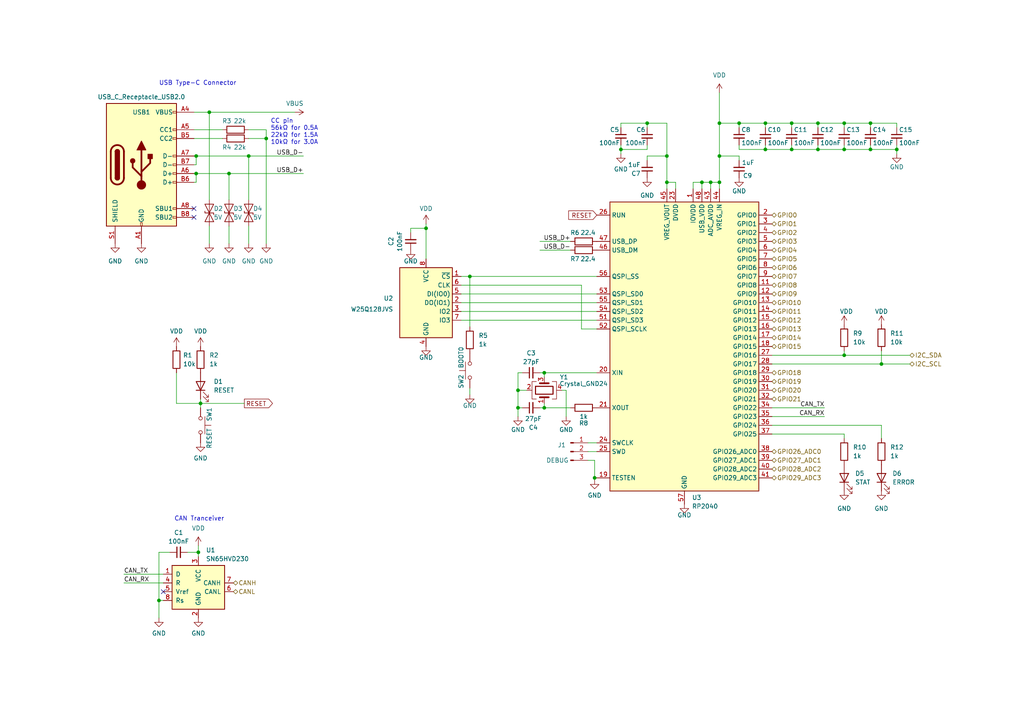
<source format=kicad_sch>
(kicad_sch (version 20231120) (generator "eeschema") (generator_version "8.0")
  (paper "A4")
  (lib_symbols
    (symbol "Connector:Conn_01x03_Pin" (pin_names (offset 1.016) hide)
      (property "Reference" "J" (at 0 5.08 0))
      (property "Value" "Conn_01x03_Pin" (at 0 -5.08 0))
      (symbol "Conn_01x03_Pin_1_1"
        (polyline (pts (xy 1.27 -2.54) (xy 0.8636 -2.54)) (stroke (width 0.1524)))
        (polyline (pts (xy 1.27 0) (xy 0.8636 0)) (stroke (width 0.1524)))
        (polyline (pts (xy 1.27 2.54) (xy 0.8636 2.54)) (stroke (width 0.1524)))
        (rectangle (start 0.8636 -2.413) (end 0 -2.667) (stroke (width 0.1524)) (fill (type outline)))
        (rectangle (start 0.8636 0.127) (end 0 -0.127) (stroke (width 0.1524)) (fill (type outline)))
        (rectangle (start 0.8636 2.667) (end 0 2.413) (stroke (width 0.1524)) (fill (type outline)))
        (pin passive line (at 5.08 2.54 180) (length 3.81) (name "Pin_1") (number "1"))
        (pin passive line (at 5.08 0 180) (length 3.81) (name "Pin_2") (number "2"))
        (pin passive line (at 5.08 -2.54 180) (length 3.81) (name "Pin_3") (number "3"))
      )
    )
    (symbol "Connector:USB_C_Receptacle_USB2.0" (pin_names (offset 1.016))
      (property "Reference" "J" (at -10.16 19.05 0))
      (property "Value" "USB_C_Receptacle_USB2.0" (at 19.05 19.05 0))
      (symbol "USB_C_Receptacle_USB2.0_0_0"
        (rectangle (start -0.254 -17.78) (end 0.254 -16.764))
        (rectangle (start 10.16 -14.986) (end 9.144 -15.494))
        (rectangle (start 10.16 -12.446) (end 9.144 -12.954))
        (rectangle (start 10.16 -4.826) (end 9.144 -5.334))
        (rectangle (start 10.16 -2.286) (end 9.144 -2.794))
        (rectangle (start 10.16 0.254) (end 9.144 -0.254))
        (rectangle (start 10.16 2.794) (end 9.144 2.286))
        (rectangle (start 10.16 7.874) (end 9.144 7.366))
        (rectangle (start 10.16 10.414) (end 9.144 9.906))
        (rectangle (start 10.16 15.494) (end 9.144 14.986))
      )
      (symbol "USB_C_Receptacle_USB2.0_0_1"
        (rectangle (start -10.16 17.78) (end 10.16 -17.78) (stroke (width 0.254)) (fill (type background)))
        (arc (start -8.89 -3.81) (mid -6.985 -5.7067) (end -5.08 -3.81) (stroke (width 0.508)))
        (arc (start -7.62 -3.81) (mid -6.985 -4.4423) (end -6.35 -3.81) (stroke (width 0.254)))
        (arc (start -7.62 -3.81) (mid -6.985 -4.4423) (end -6.35 -3.81) (stroke (width 0.254)) (fill (type outline)))
        (rectangle (start -7.62 -3.81) (end -6.35 3.81) (stroke (width 0.254)) (fill (type outline)))
        (arc (start -6.35 3.81) (mid -6.985 4.4423) (end -7.62 3.81) (stroke (width 0.254)))
        (arc (start -6.35 3.81) (mid -6.985 4.4423) (end -7.62 3.81) (stroke (width 0.254)) (fill (type outline)))
        (arc (start -5.08 3.81) (mid -6.985 5.7067) (end -8.89 3.81) (stroke (width 0.508)))
        (circle (center -2.54 1.143) (radius 0.635) (stroke (width 0.254)) (fill (type outline)))
        (circle (center 0 -5.842) (radius 1.27) (fill (type outline)))
        (polyline (pts (xy -8.89 -3.81) (xy -8.89 3.81)) (stroke (width 0.508)))
        (polyline (pts (xy -5.08 3.81) (xy -5.08 -3.81)) (stroke (width 0.508)))
        (polyline (pts (xy 0 -5.842) (xy 0 4.318)) (stroke (width 0.508)))
        (polyline (pts (xy 0 -3.302) (xy -2.54 -0.762) (xy -2.54 0.508)) (stroke (width 0.508)))
        (polyline (pts (xy 0 -2.032) (xy 2.54 0.508) (xy 2.54 1.778)) (stroke (width 0.508)))
        (polyline (pts (xy -1.27 4.318) (xy 0 6.858) (xy 1.27 4.318) (xy -1.27 4.318)) (stroke (width 0.254)) (fill (type outline)))
        (rectangle (start 1.905 1.778) (end 3.175 3.048) (stroke (width 0.254)) (fill (type outline)))
      )
      (symbol "USB_C_Receptacle_USB2.0_1_1"
        (pin passive line (at 0 -22.86 90) (length 5.08) (name "GND") (number "A1"))
        (pin passive line (at 0 -22.86 90) (length 5.08) hide (name "GND") (number "A12"))
        (pin passive line (at 15.24 15.24 180) (length 5.08) (name "VBUS") (number "A4"))
        (pin bidirectional line (at 15.24 10.16 180) (length 5.08) (name "CC1") (number "A5"))
        (pin bidirectional line (at 15.24 -2.54 180) (length 5.08) (name "D+") (number "A6"))
        (pin bidirectional line (at 15.24 2.54 180) (length 5.08) (name "D-") (number "A7"))
        (pin bidirectional line (at 15.24 -12.7 180) (length 5.08) (name "SBU1") (number "A8"))
        (pin passive line (at 15.24 15.24 180) (length 5.08) hide (name "VBUS") (number "A9"))
        (pin passive line (at 0 -22.86 90) (length 5.08) hide (name "GND") (number "B1"))
        (pin passive line (at 0 -22.86 90) (length 5.08) hide (name "GND") (number "B12"))
        (pin passive line (at 15.24 15.24 180) (length 5.08) hide (name "VBUS") (number "B4"))
        (pin bidirectional line (at 15.24 7.62 180) (length 5.08) (name "CC2") (number "B5"))
        (pin bidirectional line (at 15.24 -5.08 180) (length 5.08) (name "D+") (number "B6"))
        (pin bidirectional line (at 15.24 0 180) (length 5.08) (name "D-") (number "B7"))
        (pin bidirectional line (at 15.24 -15.24 180) (length 5.08) (name "SBU2") (number "B8"))
        (pin passive line (at 15.24 15.24 180) (length 5.08) hide (name "VBUS") (number "B9"))
        (pin passive line (at -7.62 -22.86 90) (length 5.08) (name "SHIELD") (number "S1"))
      )
    )
    (symbol "Device:C_Small" (pin_numbers hide) (pin_names (offset 0.254) hide)
      (property "Reference" "C" (at 0.254 1.778 0))
      (property "Value" "C_Small" (at 0.254 -2.032 0))
      (symbol "C_Small_0_1"
        (polyline (pts (xy -1.524 -0.508) (xy 1.524 -0.508)) (stroke (width 0.3302)))
        (polyline (pts (xy -1.524 0.508) (xy 1.524 0.508)) (stroke (width 0.3048)))
      )
      (symbol "C_Small_1_1"
        (pin passive line (at 0 2.54 270) (length 2.032) (name "~") (number "1"))
        (pin passive line (at 0 -2.54 90) (length 2.032) (name "~") (number "2"))
      )
    )
    (symbol "Device:Crystal_GND24" (pin_names (offset 1.016) hide)
      (property "Reference" "Y" (at 3.175 5.08 0))
      (property "Value" "Crystal_GND24" (at 3.175 3.175 0))
      (symbol "Crystal_GND24_0_1"
        (rectangle (start -1.143 2.54) (end 1.143 -2.54) (stroke (width 0.3048)))
        (polyline (pts (xy -2.54 0) (xy -2.032 0)))
        (polyline (pts (xy -2.032 -1.27) (xy -2.032 1.27)) (stroke (width 0.508)))
        (polyline (pts (xy 0 -3.81) (xy 0 -3.556)))
        (polyline (pts (xy 0 3.556) (xy 0 3.81)))
        (polyline (pts (xy 2.032 -1.27) (xy 2.032 1.27)) (stroke (width 0.508)))
        (polyline (pts (xy 2.032 0) (xy 2.54 0)))
        (polyline (pts (xy -2.54 -2.286) (xy -2.54 -3.556) (xy 2.54 -3.556) (xy 2.54 -2.286)))
        (polyline (pts (xy -2.54 2.286) (xy -2.54 3.556) (xy 2.54 3.556) (xy 2.54 2.286)))
      )
      (symbol "Crystal_GND24_1_1"
        (pin passive line (at -3.81 0 0) (length 1.27) (name "1") (number "1"))
        (pin passive line (at 0 5.08 270) (length 1.27) (name "2") (number "2"))
        (pin passive line (at 3.81 0 180) (length 1.27) (name "3") (number "3"))
        (pin passive line (at 0 -5.08 90) (length 1.27) (name "4") (number "4"))
      )
    )
    (symbol "Device:LED" (pin_numbers hide) (pin_names (offset 1.016) hide)
      (property "Reference" "D" (at 0 2.54 0))
      (property "Value" "LED" (at 0 -2.54 0))
      (symbol "LED_0_1"
        (polyline (pts (xy -1.27 -1.27) (xy -1.27 1.27)) (stroke (width 0.254)))
        (polyline (pts (xy -1.27 0) (xy 1.27 0)))
        (polyline (pts (xy 1.27 -1.27) (xy 1.27 1.27) (xy -1.27 0) (xy 1.27 -1.27)) (stroke (width 0.254)))
        (polyline (pts (xy -3.048 -0.762) (xy -4.572 -2.286) (xy -3.81 -2.286) (xy -4.572 -2.286) (xy -4.572 -1.524)))
        (polyline (pts (xy -1.778 -0.762) (xy -3.302 -2.286) (xy -2.54 -2.286) (xy -3.302 -2.286) (xy -3.302 -1.524)))
      )
      (symbol "LED_1_1"
        (pin passive line (at -3.81 0 0) (length 2.54) (name "K") (number "1"))
        (pin passive line (at 3.81 0 180) (length 2.54) (name "A") (number "2"))
      )
    )
    (symbol "Device:R" (pin_numbers hide) (pin_names (offset 0))
      (property "Reference" "R" (at 2.032 0 90))
      (property "Value" "R" (at 0 0 90))
      (symbol "R_0_1"
        (rectangle (start -1.016 -2.54) (end 1.016 2.54) (stroke (width 0.254)))
      )
      (symbol "R_1_1"
        (pin passive line (at 0 3.81 270) (length 1.27) (name "~") (number "1"))
        (pin passive line (at 0 -3.81 90) (length 1.27) (name "~") (number "2"))
      )
    )
    (symbol "Diode:ESD9B5.0ST5G" (pin_numbers hide) (pin_names (offset 1.016) hide)
      (property "Reference" "D" (at 0 2.54 0))
      (property "Value" "ESD9B5.0ST5G" (at 0 -2.54 0))
      (symbol "ESD9B5.0ST5G_0_1"
        (polyline (pts (xy 1.27 0) (xy -1.27 0)))
        (polyline (pts (xy -2.54 -1.27) (xy 0 0) (xy -2.54 1.27) (xy -2.54 -1.27)) (stroke (width 0.2032)))
        (polyline (pts (xy 0.508 1.27) (xy 0 1.27) (xy 0 -1.27) (xy -0.508 -1.27)) (stroke (width 0.2032)))
        (polyline (pts (xy 2.54 1.27) (xy 2.54 -1.27) (xy 0 0) (xy 2.54 1.27)) (stroke (width 0.2032)))
      )
      (symbol "ESD9B5.0ST5G_1_1"
        (pin passive line (at -3.81 0 0) (length 2.54) (name "A1") (number "1"))
        (pin passive line (at 3.81 0 180) (length 2.54) (name "A2") (number "2"))
      )
    )
    (symbol "Interface_CAN_LIN:SN65HVD230" (pin_names (offset 1.016))
      (property "Reference" "U" (at -2.54 10.16 0))
      (property "Value" "SN65HVD230" (at -2.54 7.62 0))
      (symbol "SN65HVD230_0_1"
        (rectangle (start -7.62 5.08) (end 7.62 -7.62) (stroke (width 0.254)) (fill (type background)))
      )
      (symbol "SN65HVD230_1_1"
        (pin input line (at -10.16 2.54 0) (length 2.54) (name "D") (number "1"))
        (pin power_in line (at 0 -10.16 90) (length 2.54) (name "GND") (number "2"))
        (pin power_in line (at 0 7.62 270) (length 2.54) (name "VCC") (number "3"))
        (pin output line (at -10.16 0 0) (length 2.54) (name "R") (number "4"))
        (pin output line (at -10.16 -2.54 0) (length 2.54) (name "Vref") (number "5"))
        (pin bidirectional line (at 10.16 -2.54 180) (length 2.54) (name "CANL") (number "6"))
        (pin bidirectional line (at 10.16 0 180) (length 2.54) (name "CANH") (number "7"))
        (pin input line (at -10.16 -5.08 0) (length 2.54) (name "Rs") (number "8"))
      )
    )
    (symbol "MCU_RaspberryPi:RP2040"
      (property "Reference" "U" (at 17.78 45.72 0))
      (property "Value" "RP2040" (at 17.78 43.18 0))
      (symbol "RP2040_0_1"
        (rectangle (start -21.59 41.91) (end 21.59 -41.91) (stroke (width 0.254)) (fill (type background)))
      )
      (symbol "RP2040_1_1"
        (pin power_in line (at 2.54 45.72 270) (length 3.81) (name "IOVDD") (number "1"))
        (pin passive line (at 2.54 45.72 270) (length 3.81) hide (name "IOVDD") (number "10"))
        (pin bidirectional line (at 25.4 17.78 180) (length 3.81) (name "GPIO8") (number "11"))
        (pin bidirectional line (at 25.4 15.24 180) (length 3.81) (name "GPIO9") (number "12"))
        (pin bidirectional line (at 25.4 12.7 180) (length 3.81) (name "GPIO10") (number "13"))
        (pin bidirectional line (at 25.4 10.16 180) (length 3.81) (name "GPIO11") (number "14"))
        (pin bidirectional line (at 25.4 7.62 180) (length 3.81) (name "GPIO12") (number "15"))
        (pin bidirectional line (at 25.4 5.08 180) (length 3.81) (name "GPIO13") (number "16"))
        (pin bidirectional line (at 25.4 2.54 180) (length 3.81) (name "GPIO14") (number "17"))
        (pin bidirectional line (at 25.4 0 180) (length 3.81) (name "GPIO15") (number "18"))
        (pin input line (at -25.4 -38.1 0) (length 3.81) (name "TESTEN") (number "19"))
        (pin bidirectional line (at 25.4 38.1 180) (length 3.81) (name "GPIO0") (number "2"))
        (pin input line (at -25.4 -7.62 0) (length 3.81) (name "XIN") (number "20"))
        (pin passive line (at -25.4 -17.78 0) (length 3.81) (name "XOUT") (number "21"))
        (pin passive line (at 2.54 45.72 270) (length 3.81) hide (name "IOVDD") (number "22"))
        (pin power_in line (at -2.54 45.72 270) (length 3.81) (name "DVDD") (number "23"))
        (pin input line (at -25.4 -27.94 0) (length 3.81) (name "SWCLK") (number "24"))
        (pin bidirectional line (at -25.4 -30.48 0) (length 3.81) (name "SWD") (number "25"))
        (pin input line (at -25.4 38.1 0) (length 3.81) (name "RUN") (number "26"))
        (pin bidirectional line (at 25.4 -2.54 180) (length 3.81) (name "GPIO16") (number "27"))
        (pin bidirectional line (at 25.4 -5.08 180) (length 3.81) (name "GPIO17") (number "28"))
        (pin bidirectional line (at 25.4 -7.62 180) (length 3.81) (name "GPIO18") (number "29"))
        (pin bidirectional line (at 25.4 35.56 180) (length 3.81) (name "GPIO1") (number "3"))
        (pin bidirectional line (at 25.4 -10.16 180) (length 3.81) (name "GPIO19") (number "30"))
        (pin bidirectional line (at 25.4 -12.7 180) (length 3.81) (name "GPIO20") (number "31"))
        (pin bidirectional line (at 25.4 -15.24 180) (length 3.81) (name "GPIO21") (number "32"))
        (pin passive line (at 2.54 45.72 270) (length 3.81) hide (name "IOVDD") (number "33"))
        (pin bidirectional line (at 25.4 -17.78 180) (length 3.81) (name "GPIO22") (number "34"))
        (pin bidirectional line (at 25.4 -20.32 180) (length 3.81) (name "GPIO23") (number "35"))
        (pin bidirectional line (at 25.4 -22.86 180) (length 3.81) (name "GPIO24") (number "36"))
        (pin bidirectional line (at 25.4 -25.4 180) (length 3.81) (name "GPIO25") (number "37"))
        (pin bidirectional line (at 25.4 -30.48 180) (length 3.81) (name "GPIO26_ADC0") (number "38"))
        (pin bidirectional line (at 25.4 -33.02 180) (length 3.81) (name "GPIO27_ADC1") (number "39"))
        (pin bidirectional line (at 25.4 33.02 180) (length 3.81) (name "GPIO2") (number "4"))
        (pin bidirectional line (at 25.4 -35.56 180) (length 3.81) (name "GPIO28_ADC2") (number "40"))
        (pin bidirectional line (at 25.4 -38.1 180) (length 3.81) (name "GPIO29_ADC3") (number "41"))
        (pin passive line (at 2.54 45.72 270) (length 3.81) hide (name "IOVDD") (number "42"))
        (pin power_in line (at 7.62 45.72 270) (length 3.81) (name "ADC_AVDD") (number "43"))
        (pin power_in line (at 10.16 45.72 270) (length 3.81) (name "VREG_IN") (number "44"))
        (pin power_out line (at -5.08 45.72 270) (length 3.81) (name "VREG_VOUT") (number "45"))
        (pin bidirectional line (at -25.4 27.94 0) (length 3.81) (name "USB_DM") (number "46"))
        (pin bidirectional line (at -25.4 30.48 0) (length 3.81) (name "USB_DP") (number "47"))
        (pin power_in line (at 5.08 45.72 270) (length 3.81) (name "USB_VDD") (number "48"))
        (pin passive line (at 2.54 45.72 270) (length 3.81) hide (name "IOVDD") (number "49"))
        (pin bidirectional line (at 25.4 30.48 180) (length 3.81) (name "GPIO3") (number "5"))
        (pin passive line (at -2.54 45.72 270) (length 3.81) hide (name "DVDD") (number "50"))
        (pin bidirectional line (at -25.4 7.62 0) (length 3.81) (name "QSPI_SD3") (number "51"))
        (pin output line (at -25.4 5.08 0) (length 3.81) (name "QSPI_SCLK") (number "52"))
        (pin bidirectional line (at -25.4 15.24 0) (length 3.81) (name "QSPI_SD0") (number "53"))
        (pin bidirectional line (at -25.4 10.16 0) (length 3.81) (name "QSPI_SD2") (number "54"))
        (pin bidirectional line (at -25.4 12.7 0) (length 3.81) (name "QSPI_SD1") (number "55"))
        (pin bidirectional line (at -25.4 20.32 0) (length 3.81) (name "QSPI_SS") (number "56"))
        (pin power_in line (at 0 -45.72 90) (length 3.81) (name "GND") (number "57"))
        (pin bidirectional line (at 25.4 27.94 180) (length 3.81) (name "GPIO4") (number "6"))
        (pin bidirectional line (at 25.4 25.4 180) (length 3.81) (name "GPIO5") (number "7"))
        (pin bidirectional line (at 25.4 22.86 180) (length 3.81) (name "GPIO6") (number "8"))
        (pin bidirectional line (at 25.4 20.32 180) (length 3.81) (name "GPIO7") (number "9"))
      )
    )
    (symbol "Memory_Flash:W25Q128JVS"
      (property "Reference" "U" (at -8.89 8.89 0))
      (property "Value" "W25Q128JVS" (at 7.62 8.89 0))
      (symbol "W25Q128JVS_0_1"
        (rectangle (start -7.62 10.16) (end 7.62 -10.16) (stroke (width 0.254)) (fill (type background)))
      )
      (symbol "W25Q128JVS_1_1"
        (pin input line (at -10.16 7.62 0) (length 2.54) (name "~{CS}") (number "1"))
        (pin bidirectional line (at -10.16 0 0) (length 2.54) (name "DO(IO1)") (number "2"))
        (pin bidirectional line (at -10.16 -2.54 0) (length 2.54) (name "IO2") (number "3"))
        (pin power_in line (at 0 -12.7 90) (length 2.54) (name "GND") (number "4"))
        (pin bidirectional line (at -10.16 2.54 0) (length 2.54) (name "DI(IO0)") (number "5"))
        (pin input line (at -10.16 5.08 0) (length 2.54) (name "CLK") (number "6"))
        (pin bidirectional line (at -10.16 -5.08 0) (length 2.54) (name "IO3") (number "7"))
        (pin power_in line (at 0 12.7 270) (length 2.54) (name "VCC") (number "8"))
      )
    )
    (symbol "Switch:SW_Push" (pin_numbers hide) (pin_names (offset 1.016) hide)
      (property "Reference" "SW" (at 1.27 2.54 0))
      (property "Value" "SW_Push" (at 0 -1.524 0))
      (symbol "SW_Push_0_1"
        (circle (center -2.032 0) (radius 0.508))
        (polyline (pts (xy 0 1.27) (xy 0 3.048)))
        (polyline (pts (xy 2.54 1.27) (xy -2.54 1.27)))
        (circle (center 2.032 0) (radius 0.508))
        (pin passive line (at -5.08 0 0) (length 2.54) (name "1") (number "1"))
        (pin passive line (at 5.08 0 180) (length 2.54) (name "2") (number "2"))
      )
    )
    (symbol "power:GND" (power) (pin_names (offset 0))
      (property "Value" "GND" (at 0 -3.81 0))
      (symbol "GND_0_1"
        (polyline (pts (xy 0 0) (xy 0 -1.27) (xy 1.27 -1.27) (xy 0 -2.54) (xy -1.27 -1.27) (xy 0 -1.27)))
      )
      (symbol "GND_1_1"
        (pin power_in line (at 0 0 270) (length 0) hide (name "GND") (number "1"))
      )
    )
    (symbol "power:VBUS" (power) (pin_names (offset 0))
      (property "Value" "VBUS" (at 0 3.81 0))
      (symbol "VBUS_0_1"
        (polyline (pts (xy -0.762 1.27) (xy 0 2.54)))
        (polyline (pts (xy 0 0) (xy 0 2.54)))
        (polyline (pts (xy 0 2.54) (xy 0.762 1.27)))
      )
      (symbol "VBUS_1_1"
        (pin power_in line (at 0 0 90) (length 0) hide (name "VBUS") (number "1"))
      )
    )
    (symbol "power:VDD" (power) (pin_names (offset 0))
      (property "Value" "VDD" (at 0 3.81 0))
      (symbol "VDD_0_1"
        (polyline (pts (xy -0.762 1.27) (xy 0 2.54)))
        (polyline (pts (xy 0 0) (xy 0 2.54)))
        (polyline (pts (xy 0 2.54) (xy 0.762 1.27)))
      )
      (symbol "VDD_1_1"
        (pin power_in line (at 0 0 90) (length 0) hide (name "VDD") (number "1"))
      )
    )
  )
  (junction (at 206.1213 52.8731))
  (junction (at 255.6513 105.5781))
  (junction (at 56.8963 50.3331))
  (junction (at 77.2163 40.1731))
  (junction (at 252.4763 35.7281))
  (junction (at 187.7063 35.7281))
  (junction (at 193.4213 45.2531))
  (junction (at 252.4763 43.3481))
  (junction (at 150.2413 118.2781))
  (junction (at 66.4213 50.3331))
  (junction (at 244.8563 103.0381))
  (junction (at 237.2363 43.3481))
  (junction (at 244.8563 43.3481))
  (junction (at 229.6163 43.3481))
  (junction (at 221.9963 43.3481))
  (junction (at 72.1363 45.2531))
  (junction (at 56.8963 45.2531))
  (junction (at 172.4663 138.5981))
  (junction (at 260.0963 43.3481))
  (junction (at 244.8563 35.7281))
  (junction (at 46.1013 174.1581))
  (junction (at 193.4213 52.8731))
  (junction (at 180.0863 43.3481))
  (junction (at 157.8613 108.1181))
  (junction (at 203.5813 52.8731))
  (junction (at 229.6163 35.7281))
  (junction (at 208.6613 52.8731))
  (junction (at 58.1663 117.0081))
  (junction (at 150.2413 113.1981))
  (junction (at 221.9963 35.7281))
  (junction (at 208.6613 45.2531))
  (junction (at 214.3763 35.7281))
  (junction (at 136.2713 80.1781))
  (junction (at 60.7063 32.5531))
  (junction (at 157.8613 118.2781))
  (junction (at 57.5313 160.1881))
  (junction (at 123.5713 66.2081))
  (junction (at 208.6613 35.7281))
  (junction (at 237.2363 35.7281))
  (no_connect (at 47.3713 171.6181))
  (no_connect (at 56.2613 60.4931))
  (no_connect (at 56.2613 63.0331))
  (wire (pts (xy 208.6463 26.8831) (xy 208.6463 35.7281)))
  (wire (pts (xy 72.1363 37.6331) (xy 77.2163 37.6331)))
  (wire (pts (xy 72.1363 40.1731) (xy 77.2163 40.1731)))
  (wire (pts (xy 165.4813 70.0181) (xy 156.5913 70.0181)))
  (wire (pts (xy 187.7063 45.2531) (xy 193.4213 45.2531)))
  (wire (pts (xy 85.4713 32.5531) (xy 60.7063 32.5531)))
  (wire (pts (xy 244.8563 101.7681) (xy 244.8563 103.0381)))
  (wire (pts (xy 170.5613 133.5181) (xy 172.4663 133.5181)))
  (wire (pts (xy 57.5313 160.1881) (xy 57.5313 161.4581)))
  (wire (pts (xy 46.1013 174.1581) (xy 47.3713 174.1581)))
  (wire (pts (xy 260.0963 42.0781) (xy 260.0963 43.3481)))
  (wire (pts (xy 60.7063 70.6531) (xy 60.7063 65.5731)))
  (wire (pts (xy 123.5713 64.9381) (xy 123.5713 66.2081)))
  (wire (pts (xy 223.9013 123.3581) (xy 255.6513 123.3581)))
  (wire (pts (xy 239.1413 120.8181) (xy 223.9013 120.8181)))
  (wire (pts (xy 195.9613 52.8731) (xy 193.4213 52.8731)))
  (wire (pts (xy 229.6163 43.3481) (xy 229.6163 42.0781)))
  (wire (pts (xy 54.3563 160.1881) (xy 57.5313 160.1881)))
  (wire (pts (xy 136.2713 80.1781) (xy 136.2713 94.7831)))
  (wire (pts (xy 237.2363 35.7281) (xy 244.8563 35.7281)))
  (wire (pts (xy 187.7063 43.3481) (xy 187.7063 42.0781)))
  (wire (pts (xy 193.4213 45.2531) (xy 193.4213 52.8731)))
  (wire (pts (xy 208.6613 52.8731) (xy 208.6613 54.7781)))
  (wire (pts (xy 180.0863 42.0781) (xy 180.0863 43.3481)))
  (wire (pts (xy 56.8963 47.7931) (xy 56.8963 45.2531)))
  (wire (pts (xy 244.8563 43.3481) (xy 244.8563 42.0781)))
  (wire (pts (xy 221.9963 43.3481) (xy 214.3763 43.3481)))
  (wire (pts (xy 260.0963 43.3481) (xy 260.0963 44.6181)))
  (wire (pts (xy 201.0413 54.7781) (xy 201.0413 52.8731)))
  (wire (pts (xy 206.1213 52.8731) (xy 206.1213 54.7781)))
  (wire (pts (xy 221.9963 35.7281) (xy 221.9963 36.9981)))
  (wire (pts (xy 133.7313 80.1781) (xy 136.2713 80.1781)))
  (wire (pts (xy 168.6563 95.4181) (xy 168.6563 82.7181)))
  (wire (pts (xy 260.0963 35.7281) (xy 260.0963 36.9981)))
  (wire (pts (xy 66.4213 70.6531) (xy 66.4213 65.5731)))
  (wire (pts (xy 208.6463 35.7281) (xy 208.6613 35.7281)))
  (wire (pts (xy 119.1263 67.4781) (xy 119.1263 66.2081)))
  (wire (pts (xy 119.1263 66.2081) (xy 123.5713 66.2081)))
  (wire (pts (xy 208.6613 45.2531) (xy 214.3763 45.2531)))
  (wire (pts (xy 208.6613 35.7281) (xy 214.3763 35.7281)))
  (wire (pts (xy 263.9063 105.5781) (xy 255.6513 105.5781)))
  (wire (pts (xy 58.1663 115.7381) (xy 58.1663 117.0081)))
  (wire (pts (xy 51.1813 117.0081) (xy 58.1663 117.0081)))
  (wire (pts (xy 244.8563 35.7281) (xy 252.4763 35.7281)))
  (wire (pts (xy 229.6163 35.7281) (xy 237.2363 35.7281)))
  (wire (pts (xy 244.8563 43.3481) (xy 237.2363 43.3481)))
  (wire (pts (xy 206.1213 52.8731) (xy 208.6613 52.8731)))
  (wire (pts (xy 72.1363 45.2531) (xy 88.0113 45.2531)))
  (wire (pts (xy 180.0863 43.3481) (xy 187.7063 43.3481)))
  (wire (pts (xy 88.0113 50.3331) (xy 66.4213 50.3331)))
  (wire (pts (xy 77.2163 37.6331) (xy 77.2163 40.1731)))
  (wire (pts (xy 252.4763 43.3481) (xy 252.4763 42.0781)))
  (wire (pts (xy 162.9413 113.1981) (xy 164.2113 113.1981)))
  (wire (pts (xy 172.4663 133.5181) (xy 172.4663 138.5981)))
  (wire (pts (xy 56.8963 45.2531) (xy 72.1363 45.2531)))
  (wire (pts (xy 255.6513 101.7681) (xy 255.6513 105.5781)))
  (wire (pts (xy 133.7313 87.7981) (xy 173.1013 87.7981)))
  (wire (pts (xy 156.5913 118.2781) (xy 157.8613 118.2781)))
  (wire (pts (xy 214.3763 35.7281) (xy 214.3763 36.9981)))
  (wire (pts (xy 136.2713 114.4681) (xy 136.2713 112.5631)))
  (wire (pts (xy 56.2613 47.7931) (xy 56.8963 47.7931)))
  (wire (pts (xy 244.8563 103.0381) (xy 223.9013 103.0381)))
  (wire (pts (xy 123.5713 66.2081) (xy 123.5713 75.0981)))
  (wire (pts (xy 150.2413 118.2781) (xy 150.2413 120.8181)))
  (wire (pts (xy 173.1013 95.4181) (xy 168.6563 95.4181)))
  (wire (pts (xy 157.8613 108.1181) (xy 173.1013 108.1181)))
  (wire (pts (xy 168.6563 82.7181) (xy 133.7313 82.7181)))
  (wire (pts (xy 229.6163 43.3481) (xy 221.9963 43.3481)))
  (wire (pts (xy 237.2363 43.3481) (xy 237.2363 42.0781)))
  (wire (pts (xy 57.5313 158.2831) (xy 57.5313 160.1881)))
  (wire (pts (xy 244.8563 35.7281) (xy 244.8563 36.9981)))
  (wire (pts (xy 252.4763 43.3481) (xy 244.8563 43.3481)))
  (wire (pts (xy 203.5813 52.8731) (xy 206.1213 52.8731)))
  (wire (pts (xy 46.1013 179.2381) (xy 46.1013 174.1581)))
  (wire (pts (xy 203.5813 52.8731) (xy 203.5813 54.7781)))
  (wire (pts (xy 187.7063 46.5231) (xy 187.7063 45.2531)))
  (wire (pts (xy 214.3763 45.2531) (xy 214.3763 46.5231)))
  (wire (pts (xy 72.1363 45.2531) (xy 72.1363 57.9531)))
  (wire (pts (xy 221.9963 35.7281) (xy 229.6163 35.7281)))
  (wire (pts (xy 133.7313 90.3381) (xy 173.1013 90.3381)))
  (wire (pts (xy 193.4213 52.8731) (xy 193.4213 54.7781)))
  (wire (pts (xy 223.9013 118.2781) (xy 239.1413 118.2781)))
  (wire (pts (xy 46.1013 174.1581) (xy 46.1013 160.1881)))
  (wire (pts (xy 72.1363 70.6531) (xy 72.1363 65.5731)))
  (wire (pts (xy 170.5613 128.4381) (xy 173.1013 128.4381)))
  (wire (pts (xy 172.4663 139.2331) (xy 172.4663 138.5981)))
  (wire (pts (xy 133.7313 92.8781) (xy 173.1013 92.8781)))
  (wire (pts (xy 150.2413 118.2781) (xy 151.5113 118.2781)))
  (wire (pts (xy 150.2413 113.1981) (xy 152.7813 113.1981)))
  (wire (pts (xy 252.4763 35.7281) (xy 252.4763 36.9981)))
  (wire (pts (xy 165.4813 72.5581) (xy 156.5913 72.5581)))
  (wire (pts (xy 252.4763 35.7281) (xy 260.0963 35.7281)))
  (wire (pts (xy 172.4663 138.5981) (xy 173.1013 138.5981)))
  (wire (pts (xy 180.0863 43.3481) (xy 180.0863 44.6181)))
  (wire (pts (xy 221.9963 43.3481) (xy 221.9963 42.0781)))
  (wire (pts (xy 51.1813 108.1181) (xy 51.1813 117.0081)))
  (wire (pts (xy 195.9613 54.7781) (xy 195.9613 52.8731)))
  (wire (pts (xy 164.2113 113.1981) (xy 164.2113 120.8181)))
  (wire (pts (xy 187.7063 35.7281) (xy 187.7063 36.9981)))
  (wire (pts (xy 56.2613 52.8731) (xy 56.8963 52.8731)))
  (wire (pts (xy 46.1013 160.1881) (xy 49.2763 160.1881)))
  (wire (pts (xy 56.2613 45.2531) (xy 56.8963 45.2531)))
  (wire (pts (xy 214.3763 35.7281) (xy 221.9963 35.7281)))
  (wire (pts (xy 157.8613 109.3881) (xy 157.8613 108.1181)))
  (wire (pts (xy 70.8663 117.0081) (xy 58.1663 117.0081)))
  (wire (pts (xy 35.9413 169.0781) (xy 47.3713 169.0781)))
  (wire (pts (xy 170.5613 130.9781) (xy 173.1013 130.9781)))
  (wire (pts (xy 208.6613 35.7281) (xy 208.6613 45.2531)))
  (wire (pts (xy 255.6513 123.3581) (xy 255.6513 127.1681)))
  (wire (pts (xy 156.5913 108.1181) (xy 157.8613 108.1181)))
  (wire (pts (xy 151.5113 108.1181) (xy 150.2413 108.1181)))
  (wire (pts (xy 66.4213 50.3331) (xy 66.4213 57.9531)))
  (wire (pts (xy 223.9013 105.5781) (xy 255.6513 105.5781)))
  (wire (pts (xy 157.8613 117.0081) (xy 157.8613 118.2781)))
  (wire (pts (xy 60.7063 32.5531) (xy 56.2613 32.5531)))
  (wire (pts (xy 180.0863 36.9981) (xy 180.0863 35.7281)))
  (wire (pts (xy 77.2163 40.1731) (xy 77.2163 70.6531)))
  (wire (pts (xy 263.9063 103.0381) (xy 244.8563 103.0381)))
  (wire (pts (xy 150.2413 113.1981) (xy 150.2413 118.2781)))
  (wire (pts (xy 180.0863 35.7281) (xy 187.7063 35.7281)))
  (wire (pts (xy 237.2363 35.7281) (xy 237.2363 36.9981)))
  (wire (pts (xy 66.4213 50.3331) (xy 56.8963 50.3331)))
  (wire (pts (xy 244.8563 127.1681) (xy 244.8563 125.8981)))
  (wire (pts (xy 208.6613 52.8731) (xy 208.6613 45.2531)))
  (wire (pts (xy 35.9413 166.5381) (xy 47.3713 166.5381)))
  (wire (pts (xy 223.9013 125.8981) (xy 244.8563 125.8981)))
  (wire (pts (xy 56.8963 52.8731) (xy 56.8963 50.3331)))
  (wire (pts (xy 64.5163 40.1731) (xy 56.2613 40.1731)))
  (wire (pts (xy 58.1663 118.2781) (xy 58.1663 117.0081)))
  (wire (pts (xy 60.7063 32.5531) (xy 60.7063 57.9531)))
  (wire (pts (xy 229.6163 35.7281) (xy 229.6163 36.9981)))
  (wire (pts (xy 133.7313 85.2581) (xy 173.1013 85.2581)))
  (wire (pts (xy 150.2413 108.1181) (xy 150.2413 113.1981)))
  (wire (pts (xy 260.0963 43.3481) (xy 252.4763 43.3481)))
  (wire (pts (xy 187.7063 35.7281) (xy 193.4213 35.7281)))
  (wire (pts (xy 56.8963 50.3331) (xy 56.2613 50.3331)))
  (wire (pts (xy 214.3763 43.3481) (xy 214.3763 42.0781)))
  (wire (pts (xy 201.0413 52.8731) (xy 203.5813 52.8731)))
  (wire (pts (xy 237.2363 43.3481) (xy 229.6163 43.3481)))
  (wire (pts (xy 64.5163 37.6331) (xy 56.2613 37.6331)))
  (wire (pts (xy 165.4813 118.2781) (xy 157.8613 118.2781)))
  (wire (pts (xy 136.2713 80.1781) (xy 173.1013 80.1781)))
  (wire (pts (xy 193.4213 35.7281) (xy 193.4213 45.2531)))
  (text "CAN Tranceiver" (at 50.5463 151.2981 0) (effects (font (size 1.27 1.27)) (justify left bottom)))
  (text "USB Type-C Connector" (at 46.1013 24.9331 0) (effects (font (size 1.27 1.27)) (justify left bottom)))
  (text "CC pin\n56kΩ for 0.5A\n22kΩ for 1.5A\n10kΩ for 3.0A" (at 78.4863 42.0781 0) (effects (font (size 1.27 1.27)) (justify left bottom)))
  (label "CAN_RX" (at 239.1413 120.8181 180))
  (label "USB_D-" (at 165.4813 72.5581 180))
  (label "USB_D-" (at 88.0113 45.2531 180))
  (label "CAN_TX" (at 239.1413 118.2781 180))
  (label "CAN_RX" (at 35.9413 169.0781 0))
  (label "USB_D+" (at 165.4813 70.0181 180))
  (label "CAN_TX" (at 35.9413 166.5381 0))
  (label "USB_D+" (at 88.0113 50.3331 180))
  (global_label "RESET" (shape output) (at 70.8663 117.0081 0) (property "Intersheetrefs" "${INTERSHEET_REFS}" (effects (hide yes))))
  (global_label "RESET" (shape input) (at 173.1013 62.3981 180) (property "Intersheetrefs" "${INTERSHEET_REFS}" (effects (hide yes))))
  (hierarchical_label "GPIO5" (shape bidirectional) (at 223.9013 75.0981 0))
  (hierarchical_label "GPIO6" (shape bidirectional) (at 223.9013 77.6381 0))
  (hierarchical_label "GPIO28_ADC2" (shape bidirectional) (at 223.9013 136.0581 0))
  (hierarchical_label "GPIO13" (shape bidirectional) (at 223.9013 95.4181 0))
  (hierarchical_label "GPIO27_ADC1" (shape bidirectional) (at 223.9013 133.5181 0))
  (hierarchical_label "GPIO4" (shape bidirectional) (at 223.9013 72.5581 0))
  (hierarchical_label "GPIO9" (shape bidirectional) (at 223.9013 85.2581 0))
  (hierarchical_label "GPIO10" (shape bidirectional) (at 223.9013 87.7981 0))
  (hierarchical_label "GPIO1" (shape bidirectional) (at 223.9013 64.9381 0))
  (hierarchical_label "GPIO29_ADC3" (shape bidirectional) (at 223.9013 138.5981 0))
  (hierarchical_label "GPIO11" (shape bidirectional) (at 223.9013 90.3381 0))
  (hierarchical_label "CANH" (shape bidirectional) (at 67.6913 169.0781 0))
  (hierarchical_label "GPIO26_ADC0" (shape bidirectional) (at 223.9013 130.9781 0))
  (hierarchical_label "I2C_SDA" (shape bidirectional) (at 263.9063 103.0381 0))
  (hierarchical_label "GPIO21" (shape bidirectional) (at 223.9013 115.7381 0))
  (hierarchical_label "GPIO15" (shape bidirectional) (at 223.9013 100.4981 0))
  (hierarchical_label "GPIO20" (shape bidirectional) (at 223.9013 113.1981 0))
  (hierarchical_label "GPIO7" (shape bidirectional) (at 223.9013 80.1781 0))
  (hierarchical_label "I2C_SCL" (shape bidirectional) (at 263.9063 105.5781 0))
  (hierarchical_label "GPIO0" (shape bidirectional) (at 223.9013 62.3981 0))
  (hierarchical_label "GPIO14" (shape bidirectional) (at 223.9013 97.9581 0))
  (hierarchical_label "GPIO19" (shape bidirectional) (at 223.9013 110.6581 0))
  (hierarchical_label "GPIO18" (shape bidirectional) (at 223.9013 108.1181 0))
  (hierarchical_label "GPIO3" (shape bidirectional) (at 223.9013 70.0181 0))
  (hierarchical_label "GPIO8" (shape bidirectional) (at 223.9013 82.7181 0))
  (hierarchical_label "GPIO2" (shape bidirectional) (at 223.9013 67.4781 0))
  (hierarchical_label "CANL" (shape bidirectional) (at 67.6913 171.6181 0))
  (hierarchical_label "GPIO12" (shape bidirectional) (at 223.9013 92.8781 0))
  (symbol (lib_id "Device:R") (at 136.2713 98.5931 0) (unit 1)
    (property "Reference" "R5" (at 138.8113 97.3231 0) (effects (justify left)))
    (property "Value" "1k" (at 138.8113 99.8631 0) (effects (justify left)))
    (property "Footprint" "Resistor_SMD:R_0402_1005Metric" (effects (hide yes)))
    (property "LCSC" " C11702" (effects (hide yes)))
  )
  (symbol (lib_id "Device:C_Small") (at 252.4763 39.5381 0) (unit 1)
    (property "Reference" "C14" (at 253.1113 37.6331 0) (effects (justify left)))
    (property "Value" "100nF" (at 253.1113 41.4431 0) (effects (justify left)))
    (property "Footprint" "Capacitor_SMD:C_0402_1005Metric" (effects (hide yes)))
    (property "LCSC" " C1525 " (effects (hide yes)))
  )
  (symbol (lib_id "power:GND") (at 214.3763 51.6031 0) (unit 1)
    (property "Reference" "#PWR025" (effects (hide yes)))
    (property "Value" "GND" (at 214.3763 55.4131 0))
  )
  (symbol (lib_id "power:GND") (at 46.1013 179.2381 0) (unit 1)
    (property "Reference" "#PWR03" (effects (hide yes)))
    (property "Value" "GND" (at 46.1013 183.6831 0))
  )
  (symbol (lib_id "power:GND") (at 180.0863 44.6181 0) (unit 1)
    (property "Reference" "#PWR021" (effects (hide yes)))
    (property "Value" "GND" (at 180.0863 49.0631 0))
  )
  (symbol (lib_id "power:VBUS") (at 85.4713 32.5531 270) (unit 1)
    (property "Reference" "#PWR013" (effects (hide yes)))
    (property "Value" "VBUS" (at 82.9313 30.0131 90) (effects (justify left)))
  )
  (symbol (lib_id "Device:R") (at 68.3263 37.6331 90) (unit 1)
    (property "Reference" "R3" (at 65.7863 35.0931 90))
    (property "Value" "22k" (at 69.5963 35.0931 90))
    (property "Footprint" "Resistor_SMD:R_0402_1005Metric" (effects (hide yes)))
    (property "LCSC" " C25768" (effects (hide yes)))
  )
  (symbol (lib_id "Device:R") (at 255.6513 130.9781 0) (unit 1)
    (property "Reference" "R12" (at 258.1913 129.7081 0) (effects (justify left)))
    (property "Value" "1k" (at 258.1913 132.2481 0) (effects (justify left)))
    (property "Footprint" "Resistor_SMD:R_0402_1005Metric" (effects (hide yes)))
    (property "LCSC" " C11702" (effects (hide yes)))
  )
  (symbol (lib_id "Memory_Flash:W25Q128JVS") (at 123.5713 87.7981 0) (mirror y) (unit 1)
    (property "Reference" "U2" (at 114.0463 86.5281 0) (effects (justify left)))
    (property "Value" "W25Q128JVS" (at 114.0463 89.7031 0) (effects (justify left)))
    (property "Footprint" "Package_SO:SOIC-8_5.23x5.23mm_P1.27mm" (effects (hide yes)))
    (property "Datasheet" "http://www.winbond.com/resource-files/w25q128jv_dtr%20revc%2003272018%20plus.pdf" (effects (hide yes)))
    (property "LCSC" "C97521" (effects (hide yes)))
  )
  (symbol (lib_id "power:GND") (at 164.2113 120.8181 0) (unit 1)
    (property "Reference" "#PWR019" (effects (hide yes)))
    (property "Value" "GND" (at 164.2113 124.6281 0))
  )
  (symbol (lib_id "Switch:SW_Push") (at 136.2713 107.4831 90) (unit 1)
    (property "Reference" "SW2" (at 133.7313 110.6581 0))
    (property "Value" "BOOT0" (at 133.7313 103.6731 0))
    (property "Footprint" "WOBCLibrary:TVAF06-A020B-R" (effects (hide yes)))
    (property "LCSC" "C720477" (effects (hide yes)))
  )
  (symbol (lib_id "power:VDD") (at 208.6463 26.8831 0) (unit 1)
    (property "Reference" "#PWR024" (effects (hide yes)))
    (property "Value" "VDD" (at 208.6463 21.8031 0))
  )
  (symbol (lib_id "power:GND") (at 119.1263 72.5581 0) (unit 1)
    (property "Reference" "#PWR014" (effects (hide yes)))
    (property "Value" "GND" (at 119.1263 75.7331 0))
  )
  (symbol (lib_id "Device:LED") (at 255.6513 138.5981 90) (unit 1)
    (property "Reference" "D6" (at 258.8263 137.3281 90) (effects (justify right)))
    (property "Value" "ERROR" (at 258.8263 139.8681 90) (effects (justify right)))
    (property "Footprint" "LED_SMD:LED_0603_1608Metric" (effects (hide yes)))
    (property "LCSC" " C84256" (effects (hide yes)))
  )
  (symbol (lib_id "Device:C_Small") (at 180.0863 39.5381 0) (unit 1)
    (property "Reference" "C5" (at 176.9113 37.6331 0) (effects (justify left)))
    (property "Value" "100nF" (at 173.7363 41.4431 0) (effects (justify left)))
    (property "Footprint" "Capacitor_SMD:C_0402_1005Metric" (effects (hide yes)))
    (property "LCSC" " C1525 " (effects (hide yes)))
  )
  (symbol (lib_id "power:VDD") (at 123.5713 64.9381 0) (unit 1)
    (property "Reference" "#PWR015" (effects (hide yes)))
    (property "Value" "VDD" (at 123.5713 60.4931 0))
  )
  (symbol (lib_id "Device:R") (at 169.2913 72.5581 90) (unit 1)
    (property "Reference" "R7" (at 166.7513 75.0981 90))
    (property "Value" "22.4" (at 170.5613 75.0981 90))
    (property "Footprint" "Resistor_SMD:R_0402_1005Metric" (effects (hide yes)))
    (property "LCSC" " C25092" (effects (hide yes)))
  )
  (symbol (lib_id "Device:C_Small") (at 154.0513 118.2781 90) (unit 1)
    (property "Reference" "C4" (at 154.6863 123.9931 90))
    (property "Value" "27pF" (at 154.6863 121.4531 90))
    (property "Footprint" "Capacitor_SMD:C_0402_1005Metric" (effects (hide yes)))
    (property "LCSC" " C346183" (effects (hide yes)))
  )
  (symbol (lib_id "Device:R") (at 244.8563 130.9781 0) (unit 1)
    (property "Reference" "R10" (at 247.3963 129.7081 0) (effects (justify left)))
    (property "Value" "1k" (at 247.3963 132.2481 0) (effects (justify left)))
    (property "Footprint" "Resistor_SMD:R_0402_1005Metric" (effects (hide yes)))
    (property "LCSC" " C11702" (effects (hide yes)))
  )
  (symbol (lib_id "Device:C_Small") (at 119.1263 70.0181 180) (unit 1)
    (property "Reference" "C2" (at 113.4113 70.0181 90))
    (property "Value" "100nF" (at 115.9513 70.0181 90))
    (property "Footprint" "Capacitor_SMD:C_0402_1005Metric" (effects (hide yes)))
    (property "LCSC" " C1525 " (effects (hide yes)))
  )
  (symbol (lib_id "power:VDD") (at 255.6513 94.1481 0) (unit 1)
    (property "Reference" "#PWR028" (effects (hide yes)))
    (property "Value" "VDD" (at 255.6513 90.3381 0))
  )
  (symbol (lib_id "power:GND") (at 123.5713 100.4981 0) (unit 1)
    (property "Reference" "#PWR016" (effects (hide yes)))
    (property "Value" "GND" (at 123.5713 103.6731 0))
  )
  (symbol (lib_id "Device:LED") (at 58.1663 111.9281 90) (unit 1)
    (property "Reference" "D1" (at 61.9763 110.6581 90) (effects (justify right)))
    (property "Value" "RESET" (at 61.9763 113.1981 90) (effects (justify right)))
    (property "Footprint" "LED_SMD:LED_0603_1608Metric" (effects (hide yes)))
    (property "LCSC" "C2296" (effects (hide yes)))
  )
  (symbol (lib_id "Device:R") (at 244.8563 97.9581 0) (unit 1)
    (property "Reference" "R9" (at 247.3963 96.6881 0) (effects (justify left)))
    (property "Value" "10k" (at 247.3963 99.2281 0) (effects (justify left)))
    (property "Footprint" "Resistor_SMD:R_0402_1005Metric" (effects (hide yes)))
    (property "LCSC" "C25744" (effects (hide yes)))
  )
  (symbol (lib_id "Connector:USB_C_Receptacle_USB2.0") (at 41.0213 47.7931 0) (unit 1)
    (property "Reference" "USB1" (at 41.0213 32.5531 0))
    (property "Value" "USB_C_Receptacle_USB2.0" (at 41.0213 28.1081 0))
    (property "Footprint" "WOBCLibrary:USB_C_TYPEC-301S-ACP16X7" (effects (hide yes)))
    (property "Datasheet" "https://www.usb.org/sites/default/files/documents/usb_type-c.zip" (effects (hide yes)))
    (property "LCSC" "C2856766" (effects (hide yes)))
  )
  (symbol (lib_id "power:GND") (at 187.7063 51.6031 0) (unit 1)
    (property "Reference" "#PWR022" (effects (hide yes)))
    (property "Value" "GND" (at 187.7063 56.6831 0))
  )
  (symbol (lib_id "Device:C_Small") (at 221.9963 39.5381 0) (unit 1)
    (property "Reference" "C10" (at 222.6313 37.6331 0) (effects (justify left)))
    (property "Value" "100nF" (at 222.6313 41.4431 0) (effects (justify left)))
    (property "Footprint" "Capacitor_SMD:C_0402_1005Metric" (effects (hide yes)))
    (property "LCSC" " C1525 " (effects (hide yes)))
  )
  (symbol (lib_id "Device:R") (at 68.3263 40.1731 90) (unit 1)
    (property "Reference" "R4" (at 65.7863 42.7131 90))
    (property "Value" "22k" (at 69.5963 42.7131 90))
    (property "Footprint" "Resistor_SMD:R_0402_1005Metric" (effects (hide yes)))
    (property "LCSC" " C25768" (effects (hide yes)))
  )
  (symbol (lib_id "Interface_CAN_LIN:SN65HVD230") (at 57.5313 169.0781 0) (unit 1)
    (property "Reference" "U1" (at 59.7254 159.5531 0) (effects (justify left)))
    (property "Value" "SN65HVD230" (at 59.7254 162.0931 0) (effects (justify left)))
    (property "Footprint" "Package_SO:SOIC-8_3.9x4.9mm_P1.27mm" (effects (hide yes)))
    (property "Datasheet" "http://www.ti.com/lit/ds/symlink/sn65hvd230.pdf" (effects (hide yes)))
    (property "LCSC" "C12084" (effects (hide yes)))
  )
  (symbol (lib_id "power:GND") (at 33.4013 70.6531 0) (unit 1)
    (property "Reference" "#PWR01" (effects (hide yes)))
    (property "Value" "GND" (at 33.4013 75.7331 0))
  )
  (symbol (lib_id "power:GND") (at 66.4213 70.6531 0) (unit 1)
    (property "Reference" "#PWR010" (effects (hide yes)))
    (property "Value" "GND" (at 66.4213 75.7331 0))
  )
  (symbol (lib_id "power:VDD") (at 57.5313 158.2831 0) (unit 1)
    (property "Reference" "#PWR05" (effects (hide yes)))
    (property "Value" "VDD" (at 57.5313 153.2031 0))
  )
  (symbol (lib_id "power:VDD") (at 51.1813 100.4981 0) (unit 1)
    (property "Reference" "#PWR04" (effects (hide yes)))
    (property "Value" "VDD" (at 51.1813 96.0531 0))
  )
  (symbol (lib_id "power:VDD") (at 58.1663 100.4981 0) (unit 1)
    (property "Reference" "#PWR07" (effects (hide yes)))
    (property "Value" "VDD" (at 58.1663 96.0531 0))
  )
  (symbol (lib_id "power:GND") (at 57.5313 179.2381 0) (unit 1)
    (property "Reference" "#PWR06" (effects (hide yes)))
    (property "Value" "GND" (at 57.5313 183.6831 0))
  )
  (symbol (lib_id "Device:Crystal_GND24") (at 157.8613 113.1981 90) (unit 1)
    (property "Reference" "Y1" (at 163.5763 109.3881 90))
    (property "Value" "Crystal_GND24" (at 169.2913 111.2931 90))
    (property "Footprint" "Crystal:Crystal_SMD_3225-4Pin_3.2x2.5mm" (effects (hide yes)))
    (property "LCSC" " C9002" (effects (hide yes)))
  )
  (symbol (lib_id "Diode:ESD9B5.0ST5G") (at 60.7063 61.7631 90) (unit 1)
    (property "Reference" "D2" (at 61.9763 60.4931 90) (effects (justify right)))
    (property "Value" "5V" (at 61.9763 63.0331 90) (effects (justify right)))
    (property "Footprint" "Diode_SMD:D_SOD-882" (effects (hide yes)))
    (property "Datasheet" "https://www.onsemi.com/pub/Collateral/ESD9B-D.PDF" (effects (hide yes)))
    (property "LCSC" "C7420372" (effects (hide yes)))
  )
  (symbol (lib_id "power:GND") (at 244.8563 142.4081 0) (unit 1)
    (property "Reference" "#PWR027" (effects (hide yes)))
    (property "Value" "GND" (at 244.8563 147.4881 0))
  )
  (symbol (lib_id "power:GND") (at 172.4663 139.2331 0) (unit 1)
    (property "Reference" "#PWR020" (effects (hide yes)))
    (property "Value" "GND" (at 172.4663 143.6781 0))
  )
  (symbol (lib_id "Device:C_Small") (at 237.2363 39.5381 0) (unit 1)
    (property "Reference" "C12" (at 237.8713 37.6331 0) (effects (justify left)))
    (property "Value" "100nF" (at 237.8713 41.4431 0) (effects (justify left)))
    (property "Footprint" "Capacitor_SMD:C_0402_1005Metric" (effects (hide yes)))
    (property "LCSC" " C1525 " (effects (hide yes)))
  )
  (symbol (lib_id "power:GND") (at 41.0213 70.6531 0) (unit 1)
    (property "Reference" "#PWR02" (effects (hide yes)))
    (property "Value" "GND" (at 41.0213 75.7331 0))
  )
  (symbol (lib_id "power:GND") (at 77.2163 70.6531 0) (unit 1)
    (property "Reference" "#PWR012" (effects (hide yes)))
    (property "Value" "GND" (at 77.2163 75.7331 0))
  )
  (symbol (lib_id "Diode:ESD9B5.0ST5G") (at 66.4213 61.7631 90) (unit 1)
    (property "Reference" "D3" (at 67.6913 60.4931 90) (effects (justify right)))
    (property "Value" "5V" (at 67.6913 63.0331 90) (effects (justify right)))
    (property "Footprint" "Diode_SMD:D_SOD-882" (effects (hide yes)))
    (property "Datasheet" "https://www.onsemi.com/pub/Collateral/ESD9B-D.PDF" (effects (hide yes)))
    (property "LCSC" "C7420372" (effects (hide yes)))
  )
  (symbol (lib_id "power:GND") (at 60.7063 70.6531 0) (unit 1)
    (property "Reference" "#PWR09" (effects (hide yes)))
    (property "Value" "GND" (at 60.7063 75.7331 0))
  )
  (symbol (lib_id "Device:C_Small") (at 214.3763 39.5381 0) (unit 1)
    (property "Reference" "C8" (at 215.0113 37.6331 0) (effects (justify left)))
    (property "Value" "100nF" (at 215.0113 41.4431 0) (effects (justify left)))
    (property "Footprint" "Capacitor_SMD:C_0402_1005Metric" (effects (hide yes)))
    (property "LCSC" " C1525 " (effects (hide yes)))
  )
  (symbol (lib_id "MCU_RaspberryPi:RP2040") (at 198.5013 100.4981 0) (unit 1)
    (property "Reference" "U3" (at 200.6954 144.3131 0) (effects (justify left)))
    (property "Value" "RP2040" (at 200.6954 146.8531 0) (effects (justify left)))
    (property "Footprint" "Package_DFN_QFN:QFN-56-1EP_7x7mm_P0.4mm_EP3.2x3.2mm" (effects (hide yes)))
    (property "Datasheet" "https://datasheets.raspberrypi.com/rp2040/rp2040-datasheet.pdf" (effects (hide yes)))
    (property "LCSC" " C2040" (effects (hide yes)))
  )
  (symbol (lib_id "power:GND") (at 255.6513 142.4081 0) (unit 1)
    (property "Reference" "#PWR029" (effects (hide yes)))
    (property "Value" "GND" (at 255.6513 147.4881 0))
  )
  (symbol (lib_id "power:GND") (at 260.0963 44.6181 0) (unit 1)
    (property "Reference" "#PWR030" (effects (hide yes)))
    (property "Value" "GND" (at 260.0963 48.4281 0))
  )
  (symbol (lib_id "Device:R") (at 255.6513 97.9581 0) (unit 1)
    (property "Reference" "R11" (at 258.1913 96.6881 0) (effects (justify left)))
    (property "Value" "10k" (at 258.1913 99.2281 0) (effects (justify left)))
    (property "Footprint" "Resistor_SMD:R_0402_1005Metric" (effects (hide yes)))
    (property "LCSC" "C25744" (effects (hide yes)))
  )
  (symbol (lib_id "Device:C_Small") (at 187.7063 39.5381 0) (unit 1)
    (property "Reference" "C6" (at 184.5313 37.6331 0) (effects (justify left)))
    (property "Value" "100nF" (at 181.3563 41.4431 0) (effects (justify left)))
    (property "Footprint" "Capacitor_SMD:C_0402_1005Metric" (effects (hide yes)))
    (property "LCSC" " C1525 " (effects (hide yes)))
  )
  (symbol (lib_id "Device:R") (at 58.1663 104.3081 0) (unit 1)
    (property "Reference" "R2" (at 60.7063 103.0381 0) (effects (justify left)))
    (property "Value" "1k" (at 60.7063 105.5781 0) (effects (justify left)))
    (property "Footprint" "Resistor_SMD:R_0402_1005Metric" (effects (hide yes)))
    (property "LCSC" " C11702" (effects (hide yes)))
  )
  (symbol (lib_id "Device:C_Small") (at 154.0513 108.1181 90) (unit 1)
    (property "Reference" "C3" (at 154.0513 102.4031 90))
    (property "Value" "27pF" (at 154.0513 104.9431 90))
    (property "Footprint" "Capacitor_SMD:C_0402_1005Metric" (effects (hide yes)))
    (property "LCSC" " C346183" (effects (hide yes)))
  )
  (symbol (lib_id "power:VDD") (at 244.8563 94.1481 0) (unit 1)
    (property "Reference" "#PWR026" (effects (hide yes)))
    (property "Value" "VDD" (at 245.4913 90.3381 0))
  )
  (symbol (lib_id "Device:C_Small") (at 214.3763 49.0631 180) (unit 1)
    (property "Reference" "C9" (at 218.1863 50.9681 0) (effects (justify left)))
    (property "Value" "1uF" (at 218.8213 47.1581 0) (effects (justify left)))
    (property "Footprint" "Capacitor_SMD:C_0402_1005Metric" (effects (hide yes)))
    (property "LCSC" " C52923" (effects (hide yes)))
  )
  (symbol (lib_id "Device:R") (at 169.2913 118.2781 90) (unit 1)
    (property "Reference" "R8" (at 169.2913 122.7231 90))
    (property "Value" "1k" (at 169.2913 120.8181 90))
    (property "Footprint" "Resistor_SMD:R_0402_1005Metric" (effects (hide yes)))
    (property "LCSC" " C11702" (effects (hide yes)))
  )
  (symbol (lib_id "Device:R") (at 51.1813 104.3081 0) (unit 1)
    (property "Reference" "R1" (at 53.0863 103.0381 0) (effects (justify left)))
    (property "Value" "10k" (at 53.0863 105.5781 0) (effects (justify left)))
    (property "Footprint" "Resistor_SMD:R_0402_1005Metric" (effects (hide yes)))
    (property "LCSC" "C25744" (effects (hide yes)))
  )
  (symbol (lib_id "Device:C_Small") (at 187.7063 49.0631 180) (unit 1)
    (property "Reference" "C7" (at 185.8013 50.3331 0) (effects (justify left)))
    (property "Value" "1uF" (at 185.8013 47.7931 0) (effects (justify left)))
    (property "Footprint" "Capacitor_SMD:C_0402_1005Metric" (effects (hide yes)))
    (property "LCSC" " C52923" (effects (hide yes)))
  )
  (symbol (lib_id "Diode:ESD9B5.0ST5G") (at 72.1363 61.7631 90) (unit 1)
    (property "Reference" "D4" (at 73.4063 60.4931 90) (effects (justify right)))
    (property "Value" "5V" (at 73.4063 63.0331 90) (effects (justify right)))
    (property "Footprint" "Diode_SMD:D_SOD-882" (effects (hide yes)))
    (property "Datasheet" "https://www.onsemi.com/pub/Collateral/ESD9B-D.PDF" (effects (hide yes)))
    (property "LCSC" "C7420372" (effects (hide yes)))
  )
  (symbol (lib_id "Device:C_Small") (at 229.6163 39.5381 0) (unit 1)
    (property "Reference" "C11" (at 230.2513 37.6331 0) (effects (justify left)))
    (property "Value" "100nF" (at 230.2513 41.4431 0) (effects (justify left)))
    (property "Footprint" "Capacitor_SMD:C_0402_1005Metric" (effects (hide yes)))
    (property "LCSC" " C1525 " (effects (hide yes)))
  )
  (symbol (lib_id "power:GND") (at 58.1663 128.4381 0) (unit 1)
    (property "Reference" "#PWR08" (effects (hide yes)))
    (property "Value" "GND" (at 58.1663 132.8831 0))
  )
  (symbol (lib_id "Switch:SW_Push") (at 58.1663 123.3581 270) (unit 1)
    (property "Reference" "SW1" (at 60.7063 120.1831 0))
    (property "Value" "RESET" (at 60.7063 127.1681 0))
    (property "Footprint" "WOBCLibrary:TVAF06-A020B-R" (effects (hide yes)))
    (property "LCSC" "C2296" (effects (hide yes)))
  )
  (symbol (lib_id "Device:R") (at 169.2913 70.0181 90) (unit 1)
    (property "Reference" "R6" (at 166.7513 67.4781 90))
    (property "Value" "22.4" (at 170.5613 67.4781 90))
    (property "Footprint" "Resistor_SMD:R_0402_1005Metric" (effects (hide yes)))
    (property "LCSC" " C25092" (effects (hide yes)))
  )
  (symbol (lib_id "Device:C_Small") (at 51.8163 160.1881 90) (unit 1)
    (property "Reference" "C1" (at 51.8163 154.4731 90))
    (property "Value" "100nF" (at 51.8163 157.0131 90))
    (property "Footprint" "Capacitor_SMD:C_0402_1005Metric" (effects (hide yes)))
    (property "LCSC" " C1525 " (effects (hide yes)))
  )
  (symbol (lib_id "power:GND") (at 150.2413 120.8181 0) (unit 1)
    (property "Reference" "#PWR018" (effects (hide yes)))
    (property "Value" "GND" (at 150.2413 124.6281 0))
  )
  (symbol (lib_id "Device:C_Small") (at 260.0963 39.5381 0) (unit 1)
    (property "Reference" "C15" (at 260.7313 37.6331 0) (effects (justify left)))
    (property "Value" "100nF" (at 260.7313 41.4431 0) (effects (justify left)))
    (property "Footprint" "Capacitor_SMD:C_0402_1005Metric" (effects (hide yes)))
    (property "LCSC" " C1525 " (effects (hide yes)))
  )
  (symbol (lib_id "Connector:Conn_01x03_Pin") (at 165.4813 130.9781 0) (unit 1)
    (property "Reference" "J1" (at 162.9413 129.0731 0))
    (property "Value" "DEBUG" (at 161.6713 133.5181 0))
    (property "Footprint" "Connector_PinHeader_1.27mm:PinHeader_1x03_P1.27mm_Vertical" (effects (hide yes)))
  )
  (symbol (lib_id "Device:LED") (at 244.8563 138.5981 90) (unit 1)
    (property "Reference" "D5" (at 248.0313 137.3281 90) (effects (justify right)))
    (property "Value" "STAT" (at 248.0313 139.8681 90) (effects (justify right)))
    (property "Footprint" "LED_SMD:LED_0603_1608Metric" (effects (hide yes)))
    (property "LCSC" "C2297" (effects (hide yes)))
  )
  (symbol (lib_id "Device:C_Small") (at 244.8563 39.5381 0) (unit 1)
    (property "Reference" "C13" (at 245.4913 37.6331 0) (effects (justify left)))
    (property "Value" "100nF" (at 245.4913 41.4431 0) (effects (justify left)))
    (property "Footprint" "Capacitor_SMD:C_0402_1005Metric" (effects (hide yes)))
    (property "LCSC" " C1525 " (effects (hide yes)))
  )
  (symbol (lib_id "power:GND") (at 198.5013 146.2181 0) (unit 1)
    (property "Reference" "#PWR023" (effects (hide yes)))
    (property "Value" "GND" (at 198.5013 149.3931 0))
  )
  (symbol (lib_id "power:GND") (at 72.1363 70.6531 0) (unit 1)
    (property "Reference" "#PWR011" (effects (hide yes)))
    (property "Value" "GND" (at 72.1363 75.7331 0))
  )
  (symbol (lib_id "power:GND") (at 136.2713 114.4681 0) (unit 1)
    (property "Reference" "#PWR017" (effects (hide yes)))
    (property "Value" "GND" (at 136.2713 117.6431 0))
  )
)
</source>
